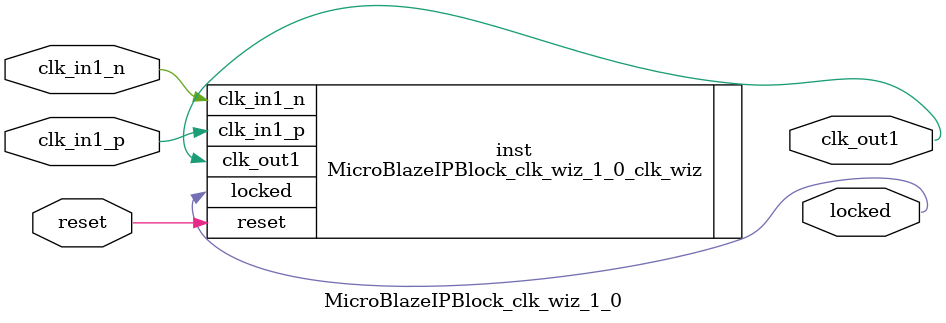
<source format=v>


`timescale 1ps/1ps

(* CORE_GENERATION_INFO = "MicroBlazeIPBlock_clk_wiz_1_0,clk_wiz_v6_0_6_0_0,{component_name=MicroBlazeIPBlock_clk_wiz_1_0,use_phase_alignment=true,use_min_o_jitter=false,use_max_i_jitter=false,use_dyn_phase_shift=false,use_inclk_switchover=false,use_dyn_reconfig=false,enable_axi=0,feedback_source=FDBK_AUTO,PRIMITIVE=MMCM,num_out_clk=1,clkin1_period=10.000,clkin2_period=10.000,use_power_down=false,use_reset=true,use_locked=true,use_inclk_stopped=false,feedback_type=SINGLE,CLOCK_MGR_TYPE=NA,manual_override=false}" *)

module MicroBlazeIPBlock_clk_wiz_1_0 
 (
  // Clock out ports
  output        clk_out1,
  // Status and control signals
  input         reset,
  output        locked,
 // Clock in ports
  input         clk_in1_p,
  input         clk_in1_n
 );

  MicroBlazeIPBlock_clk_wiz_1_0_clk_wiz inst
  (
  // Clock out ports  
  .clk_out1(clk_out1),
  // Status and control signals               
  .reset(reset), 
  .locked(locked),
 // Clock in ports
  .clk_in1_p(clk_in1_p),
  .clk_in1_n(clk_in1_n)
  );

endmodule

</source>
